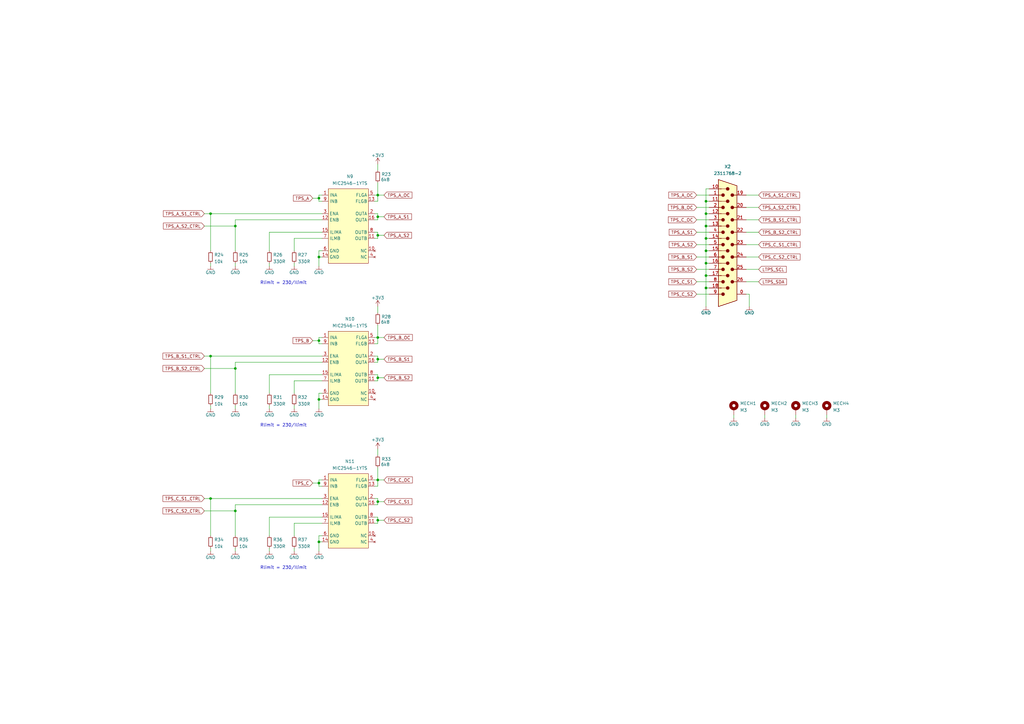
<source format=kicad_sch>
(kicad_sch (version 20211123) (generator eeschema)
  (paper "A3")
  (title_block (title "Low Temp. Power System") (date "May 2023") (rev "1.1") (company "Arno Krenslehner") (comment 1 "LTPS") (comment 2 "schematic") (comment 3 "qualification  model") (comment 4 "en"))
  (lib_symbols
    (symbol "Device:R_Small" (pin_numbers hide) (pin_names (offset 0.254) hide)
      (property "Reference" "R" (at 0.762 0.508 0))
      (property "Value" "R_Small" (at 0.762 -1.016 0))
      (symbol "R_Small_0_1"
        (rectangle (start -0.762 1.778) (end 0.762 -1.778) (stroke (width 0.2032)))
      )
      (symbol "R_Small_1_1"
        (pin passive line (at 0 2.54 270) (length 0.762) (name "~") (number "1"))
        (pin passive line (at 0 -2.54 90) (length 0.762) (name "~") (number "2"))
      )
    )
    (symbol "Mechanical:MountingHole_Pad" (pin_numbers hide) (pin_names (offset 1.016) hide)
      (property "Reference" "H" (at 0 6.35 0))
      (property "Value" "MountingHole_Pad" (at 0 4.445 0))
      (symbol "MountingHole_Pad_0_1"
        (circle (center 0 1.27) (radius 1.27) (stroke (width 1.27)))
      )
      (symbol "MountingHole_Pad_1_1"
        (pin input line (at 0 -2.54 90) (length 2.54) (name "1") (number "1"))
      )
    )
    (symbol "_ic:2311768-2"
      (property "Reference" "X" (at 0 5.08 0))
      (property "Value" "2311768-2" (at 0 2.54 0))
      (symbol "2311768-2_0_1"
        (circle (center -1.905 -46.99) (radius 0.635) (fill (type outline)))
        (circle (center -1.905 -41.91) (radius 0.635) (fill (type outline)))
        (circle (center -1.905 -36.83) (radius 0.635) (fill (type outline)))
        (circle (center -1.905 -31.75) (radius 0.635) (fill (type outline)))
        (circle (center -1.905 -26.67) (radius 0.635) (fill (type outline)))
        (circle (center -1.905 -21.59) (radius 0.635) (fill (type outline)))
        (circle (center -1.905 -16.51) (radius 0.635) (fill (type outline)))
        (circle (center -1.905 -11.43) (radius 0.635) (fill (type outline)))
        (circle (center -1.905 -6.35) (radius 0.635) (fill (type outline)))
        (circle (center 0 -44.45) (radius 0.635) (fill (type outline)))
        (circle (center 0 -39.37) (radius 0.635) (fill (type outline)))
        (circle (center 0 -34.29) (radius 0.635) (fill (type outline)))
        (circle (center 0 -29.21) (radius 0.635) (fill (type outline)))
        (circle (center 0 -24.13) (radius 0.635) (fill (type outline)))
        (circle (center 0 -19.05) (radius 0.635) (fill (type outline)))
        (circle (center 0 -13.97) (radius 0.635) (fill (type outline)))
        (circle (center 0 -8.89) (radius 0.635) (fill (type outline)))
        (circle (center 0 -3.81) (radius 0.635) (fill (type outline)))
        (polyline (pts (xy -3.175 -24.13) (xy -0.635 -24.13)))
        (polyline (pts (xy -0.635 -44.45) (xy -3.175 -44.45)))
        (polyline (pts (xy -0.635 -39.37) (xy -3.175 -39.37)))
        (polyline (pts (xy -0.635 -34.29) (xy -3.175 -34.29)))
        (polyline (pts (xy -0.635 -29.21) (xy -3.175 -29.21)))
        (polyline (pts (xy -0.635 -19.05) (xy -3.175 -19.05)))
        (polyline (pts (xy -0.635 -13.97) (xy -3.175 -13.97)))
        (polyline (pts (xy -0.635 -8.89) (xy -3.175 -8.89)))
        (polyline (pts (xy -0.635 -3.81) (xy -3.175 -3.81)))
        (polyline (pts (xy -3.81 0) (xy -3.81 -52.07) (xy 3.81 -49.53) (xy 3.81 -2.54) (xy -3.81 0)) (stroke (width 0.254)) (fill (type background)))
        (circle (center 1.905 -41.91) (radius 0.635) (fill (type outline)))
        (circle (center 1.905 -36.83) (radius 0.635) (fill (type outline)))
        (circle (center 1.905 -31.75) (radius 0.635) (fill (type outline)))
        (circle (center 1.905 -26.67) (radius 0.635) (fill (type outline)))
        (circle (center 1.905 -21.59) (radius 0.635) (fill (type outline)))
        (circle (center 1.905 -16.51) (radius 0.635) (fill (type outline)))
        (circle (center 1.905 -11.43) (radius 0.635) (fill (type outline)))
        (circle (center 1.905 -6.35) (radius 0.635) (fill (type outline)))
      )
      (symbol "2311768-2_1_1"
        (pin passive line (at 7.62 -46.99 180) (length 3.81) (name "~") (number "0"))
        (pin passive line (at -7.62 -6.35 0) (length 5.08) (name "~") (number "1"))
        (pin passive line (at -7.62 -3.81 0) (length 5.08) (name "~") (number "10"))
        (pin passive line (at -7.62 -8.89 0) (length 5.08) (name "~") (number "11"))
        (pin passive line (at -7.62 -13.97 0) (length 5.08) (name "~") (number "12"))
        (pin passive line (at -7.62 -19.05 0) (length 5.08) (name "~") (number "13"))
        (pin passive line (at -7.62 -24.13 0) (length 5.08) (name "~") (number "14"))
        (pin passive line (at -7.62 -29.21 0) (length 5.08) (name "~") (number "15"))
        (pin passive line (at -7.62 -34.29 0) (length 5.08) (name "~") (number "16"))
        (pin passive line (at -7.62 -39.37 0) (length 5.08) (name "~") (number "17"))
        (pin passive line (at -7.62 -44.45 0) (length 5.08) (name "~") (number "18"))
        (pin passive line (at 7.62 -6.35 180) (length 5.08) (name "~") (number "19"))
        (pin passive line (at -7.62 -11.43 0) (length 5.08) (name "~") (number "2"))
        (pin passive line (at 7.62 -11.43 180) (length 5.08) (name "~") (number "20"))
        (pin passive line (at 7.62 -16.51 180) (length 5.08) (name "~") (number "21"))
        (pin passive line (at 7.62 -21.59 180) (length 5.08) (name "~") (number "22"))
        (pin passive line (at 7.62 -26.67 180) (length 5.08) (name "~") (number "23"))
        (pin passive line (at 7.62 -31.75 180) (length 5.08) (name "~") (number "24"))
        (pin passive line (at 7.62 -36.83 180) (length 5.08) (name "~") (number "25"))
        (pin passive line (at 7.62 -41.91 180) (length 5.08) (name "~") (number "26"))
        (pin passive line (at -7.62 -16.51 0) (length 5.08) (name "~") (number "3"))
        (pin passive line (at -7.62 -21.59 0) (length 5.08) (name "~") (number "4"))
        (pin passive line (at -7.62 -26.67 0) (length 5.08) (name "~") (number "5"))
        (pin passive line (at -7.62 -31.75 0) (length 5.08) (name "~") (number "6"))
        (pin passive line (at -7.62 -36.83 0) (length 5.08) (name "~") (number "7"))
        (pin passive line (at -7.62 -41.91 0) (length 5.08) (name "~") (number "8"))
        (pin passive line (at -7.62 -46.99 0) (length 5.08) (name "~") (number "9"))
      )
    )
    (symbol "_ic:MIC2546-1YM"
      (property "Reference" "N" (at 0 5.08 0))
      (property "Value" "MIC2546-1YM" (at 0 2.54 0))
      (symbol "MIC2546-1YM_0_1"
        (rectangle (start -8.89 0) (end 7.62 -30.48) (stroke (width 0.1524)) (fill (type background)))
      )
      (symbol "MIC2546-1YM_1_1"
        (pin power_in line (at -11.43 -2.54 0) (length 2.54) (name "INA") (number "1"))
        (pin no_connect line (at 10.16 -25.4 180) (length 2.54) (name "NC") (number "10"))
        (pin power_out line (at 10.16 -20.32 180) (length 2.54) (name "OUTB") (number "11"))
        (pin input line (at -11.43 -12.7 0) (length 2.54) (name "ENB") (number "12"))
        (pin open_collector line (at 10.16 -5.08 180) (length 2.54) (name "FLGB") (number "13"))
        (pin passive line (at -11.43 -27.94 0) (length 2.54) (name "GND") (number "14"))
        (pin input line (at -11.43 -17.78 0) (length 2.54) (name "ILIMA") (number "15"))
        (pin power_out line (at 10.16 -12.7 180) (length 2.54) (name "OUTA") (number "16"))
        (pin power_out line (at 10.16 -10.16 180) (length 2.54) (name "OUTA") (number "2"))
        (pin input line (at -11.43 -10.16 0) (length 2.54) (name "ENA") (number "3"))
        (pin no_connect line (at 10.16 -27.94 180) (length 2.54) (name "NC") (number "4"))
        (pin open_collector line (at 10.16 -2.54 180) (length 2.54) (name "FLGA") (number "5"))
        (pin passive line (at -11.43 -25.4 0) (length 2.54) (name "GND") (number "6"))
        (pin input line (at -11.43 -20.32 0) (length 2.54) (name "ILMB") (number "7"))
        (pin power_out line (at 10.16 -17.78 180) (length 2.54) (name "OUTB") (number "8"))
        (pin power_in line (at -11.43 -5.08 0) (length 2.54) (name "INB") (number "9"))
      )
    )
    (symbol "power:+3V3" (power) (pin_names (offset 0))
      (property "Value" "+3V3" (at 0 3.556 0))
      (symbol "+3V3_0_1"
        (polyline (pts (xy -0.762 1.27) (xy 0 2.54)))
        (polyline (pts (xy 0 0) (xy 0 2.54)))
        (polyline (pts (xy 0 2.54) (xy 0.762 1.27)))
      )
      (symbol "+3V3_1_1"
        (pin power_in line (at 0 0 90) (length 0) hide (name "+3V3") (number "1"))
      )
    )
    (symbol "power:GND" (power) (pin_names (offset 0))
      (property "Value" "GND" (at 0 -2.286 0))
      (symbol "GND_0_1"
        (polyline (pts (xy 0 0) (xy 0 -1.27) (xy 1.27 -1.27) (xy 0 -1.27) (xy -1.27 -1.27) (xy 0 -1.27)))
      )
      (symbol "GND_1_1"
        (pin power_in line (at 0 0 270) (length 0) hide (name "GND") (number "1"))
      )
    )
  )
  (junction (at 289.56 102.87))
  (junction (at 289.56 113.03))
  (junction (at 154.94 213.36))
  (junction (at 154.94 154.94))
  (junction (at 96.52 92.71))
  (junction (at 96.52 151.13))
  (junction (at 289.56 97.79))
  (junction (at 130.81 222.25))
  (junction (at 154.94 147.32))
  (junction (at 289.56 118.11))
  (junction (at 130.81 198.12))
  (junction (at 86.36 146.05))
  (junction (at 130.81 163.83))
  (junction (at 130.81 81.28))
  (junction (at 86.36 87.63))
  (junction (at 154.94 205.74))
  (junction (at 154.94 88.9))
  (junction (at 154.94 138.43))
  (junction (at 154.94 96.52))
  (junction (at 86.36 204.47))
  (junction (at 154.94 80.01))
  (junction (at 289.56 92.71))
  (junction (at 96.52 209.55))
  (junction (at 289.56 82.55))
  (junction (at 130.81 139.7))
  (junction (at 289.56 87.63))
  (junction (at 130.81 105.41))
  (junction (at 154.94 196.85))
  (junction (at 289.56 107.95))
  (wire (pts (xy 313.69 170.18) (xy 313.69 171.45)))
  (wire (pts (xy 154.94 87.63) (xy 154.94 88.9)))
  (wire (pts (xy 128.27 81.28) (xy 130.81 81.28)))
  (wire (pts (xy 96.52 107.95) (xy 96.52 109.22)))
  (wire (pts (xy 120.65 214.63) (xy 132.08 214.63)))
  (wire (pts (xy 306.07 100.33) (xy 311.15 100.33)))
  (wire (pts (xy 289.56 113.03) (xy 290.83 113.03)))
  (wire (pts (xy 153.67 90.17) (xy 154.94 90.17)))
  (wire (pts (xy 130.81 80.01) (xy 130.81 81.28)))
  (wire (pts (xy 153.67 146.05) (xy 154.94 146.05)))
  (wire (pts (xy 154.94 146.05) (xy 154.94 147.32)))
  (wire (pts (xy 289.56 102.87) (xy 289.56 97.79)))
  (wire (pts (xy 154.94 82.55) (xy 154.94 80.01)))
  (wire (pts (xy 110.49 153.67) (xy 110.49 161.29)))
  (wire (pts (xy 96.52 207.01) (xy 132.08 207.01)))
  (wire (pts (xy 306.07 110.49) (xy 311.15 110.49)))
  (wire (pts (xy 306.07 90.17) (xy 311.15 90.17)))
  (wire (pts (xy 130.81 81.28) (xy 130.81 82.55)))
  (wire (pts (xy 153.67 196.85) (xy 154.94 196.85)))
  (wire (pts (xy 154.94 154.94) (xy 157.48 154.94)))
  (wire (pts (xy 130.81 222.25) (xy 130.81 226.06)))
  (wire (pts (xy 154.94 140.97) (xy 154.94 138.43)))
  (wire (pts (xy 289.56 107.95) (xy 289.56 102.87)))
  (wire (pts (xy 130.81 105.41) (xy 130.81 109.22)))
  (wire (pts (xy 153.67 212.09) (xy 154.94 212.09)))
  (wire (pts (xy 120.65 97.79) (xy 132.08 97.79)))
  (wire (pts (xy 86.36 146.05) (xy 86.36 161.29)))
  (wire (pts (xy 289.56 113.03) (xy 289.56 107.95)))
  (wire (pts (xy 285.75 85.09) (xy 290.83 85.09)))
  (wire (pts (xy 289.56 87.63) (xy 290.83 87.63)))
  (wire (pts (xy 154.94 156.21) (xy 154.94 154.94)))
  (wire (pts (xy 300.99 170.18) (xy 300.99 171.45)))
  (wire (pts (xy 154.94 96.52) (xy 154.94 95.25)))
  (wire (pts (xy 130.81 140.97) (xy 132.08 140.97)))
  (wire (pts (xy 132.08 196.85) (xy 130.81 196.85)))
  (wire (pts (xy 96.52 224.79) (xy 96.52 226.06)))
  (wire (pts (xy 339.09 170.18) (xy 339.09 171.45)))
  (wire (pts (xy 132.08 80.01) (xy 130.81 80.01)))
  (wire (pts (xy 120.65 161.29) (xy 120.65 156.21)))
  (wire (pts (xy 153.67 82.55) (xy 154.94 82.55)))
  (wire (pts (xy 289.56 107.95) (xy 290.83 107.95)))
  (wire (pts (xy 110.49 212.09) (xy 110.49 219.71)))
  (wire (pts (xy 130.81 199.39) (xy 132.08 199.39)))
  (wire (pts (xy 83.82 87.63) (xy 86.36 87.63)))
  (wire (pts (xy 120.65 102.87) (xy 120.65 97.79)))
  (wire (pts (xy 130.81 163.83) (xy 130.81 161.29)))
  (wire (pts (xy 83.82 204.47) (xy 86.36 204.47)))
  (wire (pts (xy 154.94 214.63) (xy 154.94 213.36)))
  (wire (pts (xy 153.67 156.21) (xy 154.94 156.21)))
  (wire (pts (xy 154.94 96.52) (xy 157.48 96.52)))
  (wire (pts (xy 154.94 213.36) (xy 154.94 212.09)))
  (wire (pts (xy 154.94 67.31) (xy 154.94 69.85)))
  (wire (pts (xy 120.65 156.21) (xy 132.08 156.21)))
  (wire (pts (xy 96.52 90.17) (xy 132.08 90.17)))
  (wire (pts (xy 110.49 153.67) (xy 132.08 153.67)))
  (wire (pts (xy 83.82 92.71) (xy 96.52 92.71)))
  (wire (pts (xy 285.75 100.33) (xy 290.83 100.33)))
  (wire (pts (xy 154.94 205.74) (xy 154.94 207.01)))
  (wire (pts (xy 154.94 213.36) (xy 157.48 213.36)))
  (wire (pts (xy 86.36 224.79) (xy 86.36 226.06)))
  (wire (pts (xy 285.75 80.01) (xy 290.83 80.01)))
  (wire (pts (xy 154.94 199.39) (xy 154.94 196.85)))
  (wire (pts (xy 307.34 120.65) (xy 306.07 120.65)))
  (wire (pts (xy 153.67 214.63) (xy 154.94 214.63)))
  (wire (pts (xy 86.36 146.05) (xy 132.08 146.05)))
  (wire (pts (xy 154.94 205.74) (xy 157.48 205.74)))
  (wire (pts (xy 130.81 102.87) (xy 132.08 102.87)))
  (wire (pts (xy 130.81 163.83) (xy 130.81 167.64)))
  (wire (pts (xy 285.75 90.17) (xy 290.83 90.17)))
  (wire (pts (xy 154.94 154.94) (xy 154.94 153.67)))
  (wire (pts (xy 132.08 105.41) (xy 130.81 105.41)))
  (wire (pts (xy 132.08 163.83) (xy 130.81 163.83)))
  (wire (pts (xy 306.07 115.57) (xy 311.15 115.57)))
  (wire (pts (xy 154.94 184.15) (xy 154.94 186.69)))
  (wire (pts (xy 96.52 92.71) (xy 96.52 102.87)))
  (wire (pts (xy 307.34 125.73) (xy 307.34 120.65)))
  (wire (pts (xy 153.67 95.25) (xy 154.94 95.25)))
  (wire (pts (xy 285.75 95.25) (xy 290.83 95.25)))
  (wire (pts (xy 86.36 166.37) (xy 86.36 167.64)))
  (wire (pts (xy 110.49 95.25) (xy 132.08 95.25)))
  (wire (pts (xy 110.49 95.25) (xy 110.49 102.87)))
  (wire (pts (xy 130.81 219.71) (xy 132.08 219.71)))
  (wire (pts (xy 154.94 97.79) (xy 154.94 96.52)))
  (wire (pts (xy 289.56 82.55) (xy 290.83 82.55)))
  (wire (pts (xy 285.75 115.57) (xy 290.83 115.57)))
  (wire (pts (xy 285.75 120.65) (xy 290.83 120.65)))
  (wire (pts (xy 130.81 198.12) (xy 130.81 199.39)))
  (wire (pts (xy 110.49 224.79) (xy 110.49 226.06)))
  (wire (pts (xy 285.75 110.49) (xy 290.83 110.49)))
  (wire (pts (xy 96.52 90.17) (xy 96.52 92.71)))
  (wire (pts (xy 130.81 82.55) (xy 132.08 82.55)))
  (wire (pts (xy 153.67 153.67) (xy 154.94 153.67)))
  (wire (pts (xy 86.36 87.63) (xy 86.36 102.87)))
  (wire (pts (xy 153.67 140.97) (xy 154.94 140.97)))
  (wire (pts (xy 289.56 82.55) (xy 289.56 77.47)))
  (wire (pts (xy 289.56 118.11) (xy 289.56 113.03)))
  (wire (pts (xy 289.56 92.71) (xy 289.56 87.63)))
  (wire (pts (xy 153.67 148.59) (xy 154.94 148.59)))
  (wire (pts (xy 128.27 139.7) (xy 130.81 139.7)))
  (wire (pts (xy 110.49 212.09) (xy 132.08 212.09)))
  (wire (pts (xy 289.56 92.71) (xy 290.83 92.71)))
  (wire (pts (xy 289.56 97.79) (xy 290.83 97.79)))
  (wire (pts (xy 128.27 198.12) (xy 130.81 198.12)))
  (wire (pts (xy 130.81 105.41) (xy 130.81 102.87)))
  (wire (pts (xy 289.56 118.11) (xy 290.83 118.11)))
  (wire (pts (xy 289.56 77.47) (xy 290.83 77.47)))
  (wire (pts (xy 130.81 196.85) (xy 130.81 198.12)))
  (wire (pts (xy 130.81 161.29) (xy 132.08 161.29)))
  (wire (pts (xy 132.08 222.25) (xy 130.81 222.25)))
  (wire (pts (xy 154.94 196.85) (xy 157.48 196.85)))
  (wire (pts (xy 154.94 204.47) (xy 154.94 205.74)))
  (wire (pts (xy 306.07 80.01) (xy 311.15 80.01)))
  (wire (pts (xy 96.52 207.01) (xy 96.52 209.55)))
  (wire (pts (xy 154.94 88.9) (xy 154.94 90.17)))
  (wire (pts (xy 120.65 107.95) (xy 120.65 109.22)))
  (wire (pts (xy 120.65 166.37) (xy 120.65 167.64)))
  (wire (pts (xy 120.65 219.71) (xy 120.65 214.63)))
  (wire (pts (xy 289.56 102.87) (xy 290.83 102.87)))
  (wire (pts (xy 130.81 222.25) (xy 130.81 219.71)))
  (wire (pts (xy 96.52 151.13) (xy 96.52 161.29)))
  (wire (pts (xy 132.08 138.43) (xy 130.81 138.43)))
  (wire (pts (xy 96.52 148.59) (xy 132.08 148.59)))
  (wire (pts (xy 306.07 85.09) (xy 311.15 85.09)))
  (wire (pts (xy 83.82 151.13) (xy 96.52 151.13)))
  (wire (pts (xy 326.39 170.18) (xy 326.39 171.45)))
  (wire (pts (xy 83.82 146.05) (xy 86.36 146.05)))
  (wire (pts (xy 130.81 138.43) (xy 130.81 139.7)))
  (wire (pts (xy 110.49 166.37) (xy 110.49 167.64)))
  (wire (pts (xy 154.94 88.9) (xy 157.48 88.9)))
  (wire (pts (xy 306.07 95.25) (xy 311.15 95.25)))
  (wire (pts (xy 153.67 207.01) (xy 154.94 207.01)))
  (wire (pts (xy 153.67 199.39) (xy 154.94 199.39)))
  (wire (pts (xy 96.52 209.55) (xy 96.52 219.71)))
  (wire (pts (xy 86.36 87.63) (xy 132.08 87.63)))
  (wire (pts (xy 153.67 80.01) (xy 154.94 80.01)))
  (wire (pts (xy 153.67 97.79) (xy 154.94 97.79)))
  (wire (pts (xy 110.49 107.95) (xy 110.49 109.22)))
  (wire (pts (xy 130.81 139.7) (xy 130.81 140.97)))
  (wire (pts (xy 289.56 125.73) (xy 289.56 118.11)))
  (wire (pts (xy 154.94 138.43) (xy 157.48 138.43)))
  (wire (pts (xy 306.07 105.41) (xy 311.15 105.41)))
  (wire (pts (xy 154.94 80.01) (xy 157.48 80.01)))
  (wire (pts (xy 153.67 87.63) (xy 154.94 87.63)))
  (wire (pts (xy 154.94 147.32) (xy 154.94 148.59)))
  (wire (pts (xy 120.65 224.79) (xy 120.65 226.06)))
  (wire (pts (xy 86.36 204.47) (xy 86.36 219.71)))
  (wire (pts (xy 289.56 97.79) (xy 289.56 92.71)))
  (wire (pts (xy 154.94 147.32) (xy 157.48 147.32)))
  (wire (pts (xy 96.52 166.37) (xy 96.52 167.64)))
  (wire (pts (xy 289.56 87.63) (xy 289.56 82.55)))
  (wire (pts (xy 153.67 138.43) (xy 154.94 138.43)))
  (wire (pts (xy 285.75 105.41) (xy 290.83 105.41)))
  (wire (pts (xy 154.94 125.73) (xy 154.94 128.27)))
  (wire (pts (xy 86.36 204.47) (xy 132.08 204.47)))
  (wire (pts (xy 153.67 204.47) (xy 154.94 204.47)))
  (wire (pts (xy 96.52 148.59) (xy 96.52 151.13)))
  (wire (pts (xy 154.94 80.01) (xy 154.94 74.93)))
  (wire (pts (xy 86.36 107.95) (xy 86.36 109.22)))
  (wire (pts (xy 154.94 196.85) (xy 154.94 191.77)))
  (wire (pts (xy 154.94 138.43) (xy 154.94 133.35)))
  (wire (pts (xy 83.82 209.55) (xy 96.52 209.55)))
  (text "Rlimit = 230/Ilimit" (at 106.68 116.84 0) (effects (font (size 1.27 1.27)) (justify left bottom)))
  (text "Rlimit = 230/Ilimit" (at 106.68 175.26 0) (effects (font (size 1.27 1.27)) (justify left bottom)))
  (text "Rlimit = 230/Ilimit" (at 106.68 233.68 0) (effects (font (size 1.27 1.27)) (justify left bottom)))
  (global_label "TPS_B_S1" (shape input) (at 157.48 147.32 0) (property "Intersheet References" "${INTERSHEET_REFS}" (effects hide)))
  (global_label "TPS_C_S1_CTRL" (shape input) (at 83.82 204.47 180) (property "Intersheet References" "${INTERSHEET_REFS}" (effects hide)))
  (global_label "TPS_B_OC" (shape input) (at 285.75 85.09 180) (property "Intersheet References" "${INTERSHEET_REFS}" (effects hide)))
  (global_label "TPS_A_OC" (shape input) (at 285.75 80.01 180) (property "Intersheet References" "${INTERSHEET_REFS}" (effects hide)))
  (global_label "TPS_A_S2_CTRL" (shape input) (at 311.15 85.09 0) (property "Intersheet References" "${INTERSHEET_REFS}" (effects hide)))
  (global_label "TPS_A_S1_CTRL" (shape input) (at 311.15 80.01 0) (property "Intersheet References" "${INTERSHEET_REFS}" (effects hide)))
  (global_label "TPS_B_S1" (shape input) (at 285.75 105.41 180) (property "Intersheet References" "${INTERSHEET_REFS}" (effects hide)))
  (global_label "TPS_A_S2" (shape input) (at 285.75 100.33 180) (property "Intersheet References" "${INTERSHEET_REFS}" (effects hide)))
  (global_label "TPS_C_S1" (shape input) (at 285.75 115.57 180) (property "Intersheet References" "${INTERSHEET_REFS}" (effects hide)))
  (global_label "TPS_A_OC" (shape input) (at 157.48 80.01 0) (property "Intersheet References" "${INTERSHEET_REFS}" (effects hide)))
  (global_label "TPS_C_S2" (shape input) (at 285.75 120.65 180) (property "Intersheet References" "${INTERSHEET_REFS}" (effects hide)))
  (global_label "TPS_C_S2_CTRL" (shape input) (at 83.82 209.55 180) (property "Intersheet References" "${INTERSHEET_REFS}" (effects hide)))
  (global_label "TPS_C_S2" (shape input) (at 157.48 213.36 0) (property "Intersheet References" "${INTERSHEET_REFS}" (effects hide)))
  (global_label "LTPS_SCL" (shape input) (at 311.15 110.49 0) (property "Intersheet References" "${INTERSHEET_REFS}" (effects hide)))
  (global_label "TPS_A_S2_CTRL" (shape input) (at 83.82 92.71 180) (property "Intersheet References" "${INTERSHEET_REFS}" (effects hide)))
  (global_label "TPS_A" (shape input) (at 128.27 81.28 180) (property "Intersheet References" "${INTERSHEET_REFS}" (effects hide)))
  (global_label "TPS_A_S2" (shape input) (at 157.48 96.52 0) (property "Intersheet References" "${INTERSHEET_REFS}" (effects hide)))
  (global_label "TPS_B_S2" (shape input) (at 157.48 154.94 0) (property "Intersheet References" "${INTERSHEET_REFS}" (effects hide)))
  (global_label "TPS_C_S2_CTRL" (shape input) (at 311.15 105.41 0) (property "Intersheet References" "${INTERSHEET_REFS}" (effects hide)))
  (global_label "TPS_A_S1" (shape input) (at 285.75 95.25 180) (property "Intersheet References" "${INTERSHEET_REFS}" (effects hide)))
  (global_label "TPS_B_S1_CTRL" (shape input) (at 83.82 146.05 180) (property "Intersheet References" "${INTERSHEET_REFS}" (effects hide)))
  (global_label "TPS_B_OC" (shape input) (at 157.48 138.43 0) (property "Intersheet References" "${INTERSHEET_REFS}" (effects hide)))
  (global_label "TPS_C_OC" (shape input) (at 285.75 90.17 180) (property "Intersheet References" "${INTERSHEET_REFS}" (effects hide)))
  (global_label "TPS_B_S2" (shape input) (at 285.75 110.49 180) (property "Intersheet References" "${INTERSHEET_REFS}" (effects hide)))
  (global_label "TPS_C" (shape input) (at 128.27 198.12 180) (property "Intersheet References" "${INTERSHEET_REFS}" (effects hide)))
  (global_label "TPS_B_S2_CTRL" (shape input) (at 311.15 95.25 0) (property "Intersheet References" "${INTERSHEET_REFS}" (effects hide)))
  (global_label "TPS_C_S1_CTRL" (shape input) (at 311.15 100.33 0) (property "Intersheet References" "${INTERSHEET_REFS}" (effects hide)))
  (global_label "TPS_B_S1_CTRL" (shape input) (at 311.15 90.17 0) (property "Intersheet References" "${INTERSHEET_REFS}" (effects hide)))
  (global_label "TPS_A_S1" (shape input) (at 157.48 88.9 0) (property "Intersheet References" "${INTERSHEET_REFS}" (effects hide)))
  (global_label "TPS_A_S1_CTRL" (shape input) (at 83.82 87.63 180) (property "Intersheet References" "${INTERSHEET_REFS}" (effects hide)))
  (global_label "TPS_B_S2_CTRL" (shape input) (at 83.82 151.13 180) (property "Intersheet References" "${INTERSHEET_REFS}" (effects hide)))
  (global_label "TPS_B" (shape input) (at 128.27 139.7 180) (property "Intersheet References" "${INTERSHEET_REFS}" (effects hide)))
  (global_label "TPS_C_OC" (shape input) (at 157.48 196.85 0) (property "Intersheet References" "${INTERSHEET_REFS}" (effects hide)))
  (global_label "LTPS_SDA" (shape input) (at 311.15 115.57 0) (property "Intersheet References" "${INTERSHEET_REFS}" (effects hide)))
  (global_label "TPS_C_S1" (shape input) (at 157.48 205.74 0) (property "Intersheet References" "${INTERSHEET_REFS}" (effects hide)))
  (symbol (lib_id "power:GND") (at 130.81 226.06 0) (mirror y) (unit 1)
    (property "Reference" "#PWR086" (effects hide))
    (property "Value" "GND" (at 130.81 228.6 0))
  )
  (symbol (lib_id "Device:R_Small") (at 120.65 105.41 0) (unit 1)
    (property "Reference" "R27" (at 122.1486 104.5015 0) (effects (justify left)))
    (property "Value" "330R" (at 122.1486 107.2766 0) (effects (justify left)))
    (property "Footprint" "Resistor_SMD:R_0603_1608Metric" (effects hide))
  )
  (symbol (lib_id "power:GND") (at 86.36 167.64 0) (mirror y) (unit 1)
    (property "Reference" "#PWR072" (effects hide))
    (property "Value" "GND" (at 86.36 170.18 0))
  )
  (symbol (lib_id "_ic:MIC2546-1YM") (at 143.51 77.47 0) (unit 1)
    (property "Reference" "N9" (at 143.51 72.39 0))
    (property "Value" "MIC2546-1YTS" (at 143.51 75.1651 0))
    (property "Footprint" "Package_SO:TSSOP-16_4.4x5mm_P0.65mm" (effects hide))
  )
  (symbol (lib_id "power:GND") (at 96.52 167.64 0) (mirror y) (unit 1)
    (property "Reference" "#PWR073" (effects hide))
    (property "Value" "GND" (at 96.52 170.18 0))
  )
  (symbol (lib_id "_ic:MIC2546-1YM") (at 143.51 194.31 0) (unit 1)
    (property "Reference" "N11" (at 143.51 189.23 0))
    (property "Value" "MIC2546-1YTS" (at 143.51 192.0051 0))
    (property "Footprint" "Package_SO:TSSOP-16_4.4x5mm_P0.65mm" (effects hide))
  )
  (symbol (lib_id "Device:R_Small") (at 154.94 72.39 0) (unit 1)
    (property "Reference" "R23" (at 156.4386 71.4815 0) (effects (justify left)))
    (property "Value" "6k8" (at 156.21 73.66 0) (effects (justify left)))
    (property "Footprint" "Resistor_SMD:R_0603_1608Metric" (effects hide))
  )
  (symbol (lib_id "Device:R_Small") (at 120.65 222.25 0) (unit 1)
    (property "Reference" "R37" (at 122.1486 221.3415 0) (effects (justify left)))
    (property "Value" "330R" (at 122.1486 224.1166 0) (effects (justify left)))
    (property "Footprint" "Resistor_SMD:R_0603_1608Metric" (effects hide))
  )
  (symbol (lib_id "power:GND") (at 289.56 125.73 0) (mirror y) (unit 1)
    (property "Reference" "#PWR067" (effects hide))
    (property "Value" "GND" (at 289.56 128.27 0))
  )
  (symbol (lib_id "power:GND") (at 120.65 109.22 0) (mirror y) (unit 1)
    (property "Reference" "#PWR069" (effects hide))
    (property "Value" "GND" (at 120.65 111.76 0))
  )
  (symbol (lib_id "Mechanical:MountingHole_Pad") (at 300.99 167.64 0) (unit 1)
    (property "Reference" "MECH1" (at 303.53 165.4615 0) (effects (justify left)))
    (property "Value" "M3" (at 303.53 168.2366 0) (effects (justify left)))
    (property "Footprint" "MountingHole:MountingHole_3.2mm_M3_ISO7380_Pad_TopBottom" (effects hide))
  )
  (symbol (lib_id "Mechanical:MountingHole_Pad") (at 326.39 167.64 0) (unit 1)
    (property "Reference" "MECH3" (at 328.93 165.4615 0) (effects (justify left)))
    (property "Value" "M3" (at 328.93 168.2366 0) (effects (justify left)))
    (property "Footprint" "MountingHole:MountingHole_3.2mm_M3_ISO7380_Pad_TopBottom" (effects hide))
  )
  (symbol (lib_id "power:GND") (at 110.49 226.06 0) (mirror y) (unit 1)
    (property "Reference" "#PWR084" (effects hide))
    (property "Value" "GND" (at 110.49 228.6 0))
  )
  (symbol (lib_id "power:GND") (at 86.36 226.06 0) (mirror y) (unit 1)
    (property "Reference" "#PWR082" (effects hide))
    (property "Value" "GND" (at 86.36 228.6 0))
  )
  (symbol (lib_id "power:GND") (at 110.49 167.64 0) (mirror y) (unit 1)
    (property "Reference" "#PWR074" (effects hide))
    (property "Value" "GND" (at 110.49 170.18 0))
  )
  (symbol (lib_id "Device:R_Small") (at 86.36 163.83 0) (unit 1)
    (property "Reference" "R29" (at 87.8586 162.9215 0) (effects (justify left)))
    (property "Value" "10k" (at 87.8586 165.6966 0) (effects (justify left)))
    (property "Footprint" "Resistor_SMD:R_0603_1608Metric" (effects hide))
  )
  (symbol (lib_id "power:+3V3") (at 154.94 125.73 0) (unit 1)
    (property "Reference" "#PWR071" (effects hide))
    (property "Value" "+3V3" (at 154.94 122.1255 0))
  )
  (symbol (lib_id "power:GND") (at 300.99 171.45 0) (mirror y) (unit 1)
    (property "Reference" "#PWR077" (effects hide))
    (property "Value" "GND" (at 300.99 173.99 0))
  )
  (symbol (lib_id "power:+3V3") (at 154.94 184.15 0) (unit 1)
    (property "Reference" "#PWR081" (effects hide))
    (property "Value" "+3V3" (at 154.94 180.34 0))
  )
  (symbol (lib_id "Device:R_Small") (at 96.52 105.41 0) (unit 1)
    (property "Reference" "R25" (at 98.0186 104.5015 0) (effects (justify left)))
    (property "Value" "10k" (at 98.0186 107.2766 0) (effects (justify left)))
    (property "Footprint" "Resistor_SMD:R_0603_1608Metric" (effects hide))
  )
  (symbol (lib_id "power:+3V3") (at 154.94 67.31 0) (unit 1)
    (property "Reference" "#PWR063" (effects hide))
    (property "Value" "+3V3" (at 154.94 63.7055 0))
  )
  (symbol (lib_id "power:GND") (at 130.81 167.64 0) (mirror y) (unit 1)
    (property "Reference" "#PWR076" (effects hide))
    (property "Value" "GND" (at 130.81 170.18 0))
  )
  (symbol (lib_id "Mechanical:MountingHole_Pad") (at 313.69 167.64 0) (unit 1)
    (property "Reference" "MECH2" (at 316.23 165.4615 0) (effects (justify left)))
    (property "Value" "M3" (at 316.23 168.2366 0) (effects (justify left)))
    (property "Footprint" "MountingHole:MountingHole_3.2mm_M3_ISO7380_Pad_TopBottom" (effects hide))
  )
  (symbol (lib_id "Device:R_Small") (at 154.94 130.81 0) (unit 1)
    (property "Reference" "R28" (at 156.4386 129.9015 0) (effects (justify left)))
    (property "Value" "6k8" (at 156.21 132.08 0) (effects (justify left)))
    (property "Footprint" "Resistor_SMD:R_0603_1608Metric" (effects hide))
  )
  (symbol (lib_id "power:GND") (at 96.52 109.22 0) (mirror y) (unit 1)
    (property "Reference" "#PWR065" (effects hide))
    (property "Value" "GND" (at 96.52 111.76 0))
  )
  (symbol (lib_id "power:GND") (at 313.69 171.45 0) (mirror y) (unit 1)
    (property "Reference" "#PWR078" (effects hide))
    (property "Value" "GND" (at 313.69 173.99 0))
  )
  (symbol (lib_id "Device:R_Small") (at 110.49 105.41 0) (unit 1)
    (property "Reference" "R26" (at 111.9886 104.5015 0) (effects (justify left)))
    (property "Value" "330R" (at 111.9886 107.2766 0) (effects (justify left)))
    (property "Footprint" "Resistor_SMD:R_0603_1608Metric" (effects hide))
  )
  (symbol (lib_id "Mechanical:MountingHole_Pad") (at 339.09 167.64 0) (unit 1)
    (property "Reference" "MECH4" (at 341.63 165.4615 0) (effects (justify left)))
    (property "Value" "M3" (at 341.63 168.2366 0) (effects (justify left)))
    (property "Footprint" "MountingHole:MountingHole_3.2mm_M3_ISO7380_Pad_TopBottom" (effects hide))
  )
  (symbol (lib_id "_ic:MIC2546-1YM") (at 143.51 135.89 0) (unit 1)
    (property "Reference" "N10" (at 143.51 130.81 0))
    (property "Value" "MIC2546-1YTS" (at 143.51 133.5851 0))
    (property "Footprint" "Package_SO:TSSOP-16_4.4x5mm_P0.65mm" (effects hide))
  )
  (symbol (lib_id "Device:R_Small") (at 110.49 222.25 0) (unit 1)
    (property "Reference" "R36" (at 111.9886 221.3415 0) (effects (justify left)))
    (property "Value" "330R" (at 111.9886 224.1166 0) (effects (justify left)))
    (property "Footprint" "Resistor_SMD:R_0603_1608Metric" (effects hide))
  )
  (symbol (lib_id "Device:R_Small") (at 86.36 105.41 0) (unit 1)
    (property "Reference" "R24" (at 87.8586 104.5015 0) (effects (justify left)))
    (property "Value" "10k" (at 87.8586 107.2766 0) (effects (justify left)))
    (property "Footprint" "Resistor_SMD:R_0603_1608Metric" (effects hide))
  )
  (symbol (lib_id "power:GND") (at 307.34 125.73 0) (unit 1)
    (property "Reference" "#PWR068" (effects hide))
    (property "Value" "GND" (at 307.34 128.27 0))
  )
  (symbol (lib_id "power:GND") (at 86.36 109.22 0) (mirror y) (unit 1)
    (property "Reference" "#PWR064" (effects hide))
    (property "Value" "GND" (at 86.36 111.76 0))
  )
  (symbol (lib_id "Device:R_Small") (at 110.49 163.83 0) (unit 1)
    (property "Reference" "R31" (at 111.9886 162.9215 0) (effects (justify left)))
    (property "Value" "330R" (at 111.9886 165.6966 0) (effects (justify left)))
    (property "Footprint" "Resistor_SMD:R_0603_1608Metric" (effects hide))
  )
  (symbol (lib_id "power:GND") (at 339.09 171.45 0) (mirror y) (unit 1)
    (property "Reference" "#PWR080" (effects hide))
    (property "Value" "GND" (at 339.09 173.99 0))
  )
  (symbol (lib_id "Device:R_Small") (at 96.52 163.83 0) (unit 1)
    (property "Reference" "R30" (at 98.0186 162.9215 0) (effects (justify left)))
    (property "Value" "10k" (at 98.0186 165.6966 0) (effects (justify left)))
    (property "Footprint" "Resistor_SMD:R_0603_1608Metric" (effects hide))
  )
  (symbol (lib_id "Device:R_Small") (at 96.52 222.25 0) (unit 1)
    (property "Reference" "R35" (at 98.0186 221.3415 0) (effects (justify left)))
    (property "Value" "10k" (at 98.0186 224.1166 0) (effects (justify left)))
    (property "Footprint" "Resistor_SMD:R_0603_1608Metric" (effects hide))
  )
  (symbol (lib_id "power:GND") (at 96.52 226.06 0) (mirror y) (unit 1)
    (property "Reference" "#PWR083" (effects hide))
    (property "Value" "GND" (at 96.52 228.6 0))
  )
  (symbol (lib_id "power:GND") (at 110.49 109.22 0) (mirror y) (unit 1)
    (property "Reference" "#PWR066" (effects hide))
    (property "Value" "GND" (at 110.49 111.76 0))
  )
  (symbol (lib_id "Device:R_Small") (at 120.65 163.83 0) (unit 1)
    (property "Reference" "R32" (at 122.1486 162.9215 0) (effects (justify left)))
    (property "Value" "330R" (at 122.1486 165.6966 0) (effects (justify left)))
    (property "Footprint" "Resistor_SMD:R_0603_1608Metric" (effects hide))
  )
  (symbol (lib_id "power:GND") (at 326.39 171.45 0) (mirror y) (unit 1)
    (property "Reference" "#PWR079" (effects hide))
    (property "Value" "GND" (at 326.39 173.99 0))
  )
  (symbol (lib_id "_ic:2311768-2") (at 298.45 73.66 0) (unit 1)
    (property "Reference" "X2" (at 298.45 68.3449 0))
    (property "Value" "2311768-2" (at 298.45 71.12 0))
    (property "Footprint" "SamacSys_Parts:23117682" (effects hide))
  )
  (symbol (lib_id "Device:R_Small") (at 154.94 189.23 0) (unit 1)
    (property "Reference" "R33" (at 156.4386 188.3215 0) (effects (justify left)))
    (property "Value" "6k8" (at 156.21 190.5 0) (effects (justify left)))
    (property "Footprint" "Resistor_SMD:R_0603_1608Metric" (effects hide))
  )
  (symbol (lib_id "power:GND") (at 120.65 167.64 0) (mirror y) (unit 1)
    (property "Reference" "#PWR075" (effects hide))
    (property "Value" "GND" (at 120.65 170.18 0))
  )
  (symbol (lib_id "power:GND") (at 120.65 226.06 0) (mirror y) (unit 1)
    (property "Reference" "#PWR085" (effects hide))
    (property "Value" "GND" (at 120.65 228.6 0))
  )
  (symbol (lib_id "Device:R_Small") (at 86.36 222.25 0) (unit 1)
    (property "Reference" "R34" (at 87.8586 221.3415 0) (effects (justify left)))
    (property "Value" "10k" (at 87.8586 224.1166 0) (effects (justify left)))
    (property "Footprint" "Resistor_SMD:R_0603_1608Metric" (effects hide))
  )
  (symbol (lib_id "power:GND") (at 130.81 109.22 0) (mirror y) (unit 1)
    (property "Reference" "#PWR070" (effects hide))
    (property "Value" "GND" (at 130.81 111.76 0))
  )
)
</source>
